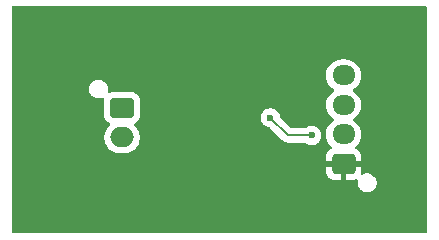
<source format=gbl>
G04 #@! TF.GenerationSoftware,KiCad,Pcbnew,9.0.4*
G04 #@! TF.CreationDate,2025-12-19T23:45:59-05:00*
G04 #@! TF.ProjectId,TC_shuwen,54435f73-6875-4776-956e-2e6b69636164,rev?*
G04 #@! TF.SameCoordinates,Original*
G04 #@! TF.FileFunction,Copper,L2,Bot*
G04 #@! TF.FilePolarity,Positive*
%FSLAX46Y46*%
G04 Gerber Fmt 4.6, Leading zero omitted, Abs format (unit mm)*
G04 Created by KiCad (PCBNEW 9.0.4) date 2025-12-19 23:45:59*
%MOMM*%
%LPD*%
G01*
G04 APERTURE LIST*
G04 Aperture macros list*
%AMRoundRect*
0 Rectangle with rounded corners*
0 $1 Rounding radius*
0 $2 $3 $4 $5 $6 $7 $8 $9 X,Y pos of 4 corners*
0 Add a 4 corners polygon primitive as box body*
4,1,4,$2,$3,$4,$5,$6,$7,$8,$9,$2,$3,0*
0 Add four circle primitives for the rounded corners*
1,1,$1+$1,$2,$3*
1,1,$1+$1,$4,$5*
1,1,$1+$1,$6,$7*
1,1,$1+$1,$8,$9*
0 Add four rect primitives between the rounded corners*
20,1,$1+$1,$2,$3,$4,$5,0*
20,1,$1+$1,$4,$5,$6,$7,0*
20,1,$1+$1,$6,$7,$8,$9,0*
20,1,$1+$1,$8,$9,$2,$3,0*%
G04 Aperture macros list end*
G04 #@! TA.AperFunction,ComponentPad*
%ADD10RoundRect,0.250000X0.725000X-0.600000X0.725000X0.600000X-0.725000X0.600000X-0.725000X-0.600000X0*%
G04 #@! TD*
G04 #@! TA.AperFunction,ComponentPad*
%ADD11O,1.950000X1.700000*%
G04 #@! TD*
G04 #@! TA.AperFunction,ComponentPad*
%ADD12RoundRect,0.250000X-0.750000X0.600000X-0.750000X-0.600000X0.750000X-0.600000X0.750000X0.600000X0*%
G04 #@! TD*
G04 #@! TA.AperFunction,ComponentPad*
%ADD13O,2.000000X1.700000*%
G04 #@! TD*
G04 #@! TA.AperFunction,ViaPad*
%ADD14C,0.450000*%
G04 #@! TD*
G04 #@! TA.AperFunction,ViaPad*
%ADD15C,0.600000*%
G04 #@! TD*
G04 #@! TA.AperFunction,Conductor*
%ADD16C,0.200000*%
G04 #@! TD*
G04 APERTURE END LIST*
D10*
X142500000Y-82750000D03*
D11*
X142500000Y-80250000D03*
X142500000Y-77750000D03*
X142500000Y-75250000D03*
D12*
X123750000Y-78000000D03*
D13*
X123750000Y-80500000D03*
D14*
X132000000Y-85500000D03*
X136500000Y-85500000D03*
X128000000Y-85500000D03*
X123800000Y-85550000D03*
X134500000Y-73500000D03*
X130000000Y-73500000D03*
X126000000Y-73500000D03*
X121800000Y-73550000D03*
D15*
X139813000Y-80335600D03*
X136313000Y-78835600D03*
X139813000Y-82335600D03*
D14*
X131313000Y-82335600D03*
D15*
X130313000Y-79835600D03*
X136813000Y-75835600D03*
X137813000Y-81335600D03*
D16*
X139813000Y-80335600D02*
X137813000Y-80335600D01*
X137813000Y-80335600D02*
X136313000Y-78835600D01*
G04 #@! TA.AperFunction,Conductor*
G36*
X149542539Y-69420185D02*
G01*
X149588294Y-69472989D01*
X149599500Y-69524500D01*
X149599500Y-88475500D01*
X149579815Y-88542539D01*
X149527011Y-88588294D01*
X149475500Y-88599500D01*
X114524500Y-88599500D01*
X114457461Y-88579815D01*
X114411706Y-88527011D01*
X114400500Y-88475500D01*
X114400500Y-76321153D01*
X120949500Y-76321153D01*
X120949500Y-76478846D01*
X120980261Y-76633489D01*
X120980264Y-76633501D01*
X121040602Y-76779172D01*
X121040609Y-76779185D01*
X121128210Y-76910288D01*
X121128213Y-76910292D01*
X121239707Y-77021786D01*
X121239711Y-77021789D01*
X121370814Y-77109390D01*
X121370827Y-77109397D01*
X121516498Y-77169735D01*
X121516503Y-77169737D01*
X121671153Y-77200499D01*
X121671156Y-77200500D01*
X121671158Y-77200500D01*
X121828844Y-77200500D01*
X121828845Y-77200499D01*
X121983497Y-77169737D01*
X122088560Y-77126218D01*
X122158027Y-77118750D01*
X122220507Y-77150025D01*
X122256159Y-77210114D01*
X122259369Y-77253382D01*
X122249500Y-77349981D01*
X122249500Y-78650001D01*
X122249501Y-78650018D01*
X122260000Y-78752796D01*
X122260001Y-78752799D01*
X122315185Y-78919331D01*
X122315187Y-78919336D01*
X122407289Y-79068657D01*
X122531344Y-79192712D01*
X122686120Y-79288178D01*
X122732845Y-79340126D01*
X122744068Y-79409088D01*
X122716224Y-79473171D01*
X122708706Y-79481398D01*
X122569889Y-79620215D01*
X122444951Y-79792179D01*
X122348444Y-79981585D01*
X122282753Y-80183760D01*
X122249500Y-80393713D01*
X122249500Y-80606286D01*
X122282734Y-80816121D01*
X122282754Y-80816243D01*
X122328755Y-80957820D01*
X122348444Y-81018414D01*
X122444951Y-81207820D01*
X122569890Y-81379786D01*
X122720213Y-81530109D01*
X122892179Y-81655048D01*
X122892181Y-81655049D01*
X122892184Y-81655051D01*
X123081588Y-81751557D01*
X123283757Y-81817246D01*
X123493713Y-81850500D01*
X123493714Y-81850500D01*
X124006286Y-81850500D01*
X124006287Y-81850500D01*
X124216243Y-81817246D01*
X124418412Y-81751557D01*
X124607816Y-81655051D01*
X124682900Y-81600500D01*
X124779786Y-81530109D01*
X124779788Y-81530106D01*
X124779792Y-81530104D01*
X124930104Y-81379792D01*
X124930106Y-81379788D01*
X124930109Y-81379786D01*
X125055048Y-81207820D01*
X125055047Y-81207820D01*
X125055051Y-81207816D01*
X125151557Y-81018412D01*
X125217246Y-80816243D01*
X125250500Y-80606287D01*
X125250500Y-80393713D01*
X125217246Y-80183757D01*
X125151557Y-79981588D01*
X125055051Y-79792184D01*
X125055049Y-79792181D01*
X125055048Y-79792179D01*
X124930109Y-79620213D01*
X124791294Y-79481398D01*
X124757809Y-79420075D01*
X124762793Y-79350383D01*
X124804665Y-79294450D01*
X124813879Y-79288178D01*
X124819331Y-79284814D01*
X124819334Y-79284814D01*
X124968656Y-79192712D01*
X125092712Y-79068656D01*
X125184814Y-78919334D01*
X125238688Y-78756753D01*
X135512500Y-78756753D01*
X135512500Y-78914446D01*
X135543261Y-79069089D01*
X135543264Y-79069101D01*
X135603602Y-79214772D01*
X135603609Y-79214785D01*
X135691210Y-79345888D01*
X135691213Y-79345892D01*
X135802707Y-79457386D01*
X135802711Y-79457389D01*
X135933814Y-79544990D01*
X135933827Y-79544997D01*
X136079498Y-79605335D01*
X136079503Y-79605337D01*
X136144147Y-79618195D01*
X136234849Y-79636238D01*
X136296760Y-79668623D01*
X136298339Y-79670174D01*
X137328139Y-80699974D01*
X137328149Y-80699985D01*
X137332479Y-80704315D01*
X137332480Y-80704316D01*
X137444284Y-80816120D01*
X137444286Y-80816121D01*
X137444290Y-80816124D01*
X137581209Y-80895173D01*
X137581216Y-80895177D01*
X137693019Y-80925134D01*
X137733942Y-80936100D01*
X137733943Y-80936100D01*
X139233234Y-80936100D01*
X139300273Y-80955785D01*
X139302125Y-80956998D01*
X139433814Y-81044990D01*
X139433827Y-81044997D01*
X139579498Y-81105335D01*
X139579503Y-81105337D01*
X139702406Y-81129784D01*
X139734153Y-81136099D01*
X139734156Y-81136100D01*
X139734158Y-81136100D01*
X139891844Y-81136100D01*
X139891845Y-81136099D01*
X140046497Y-81105337D01*
X140192179Y-81044994D01*
X140323289Y-80957389D01*
X140434789Y-80845889D01*
X140522394Y-80714779D01*
X140582737Y-80569097D01*
X140613500Y-80414442D01*
X140613500Y-80256758D01*
X140613500Y-80256755D01*
X140613499Y-80256753D01*
X140582738Y-80102110D01*
X140582737Y-80102103D01*
X140582735Y-80102098D01*
X140522397Y-79956427D01*
X140522390Y-79956414D01*
X140434789Y-79825311D01*
X140434786Y-79825307D01*
X140323292Y-79713813D01*
X140323288Y-79713810D01*
X140192185Y-79626209D01*
X140192172Y-79626202D01*
X140046501Y-79565864D01*
X140046489Y-79565861D01*
X139891845Y-79535100D01*
X139891842Y-79535100D01*
X139734158Y-79535100D01*
X139734155Y-79535100D01*
X139579510Y-79565861D01*
X139579498Y-79565864D01*
X139433827Y-79626202D01*
X139433814Y-79626209D01*
X139302125Y-79714202D01*
X139235447Y-79735080D01*
X139233234Y-79735100D01*
X138113097Y-79735100D01*
X138046058Y-79715415D01*
X138025416Y-79698781D01*
X137147574Y-78820939D01*
X137114089Y-78759616D01*
X137113638Y-78757449D01*
X137092268Y-78650018D01*
X137082737Y-78602103D01*
X137082735Y-78602098D01*
X137022397Y-78456427D01*
X137022390Y-78456414D01*
X136934789Y-78325311D01*
X136934786Y-78325307D01*
X136823292Y-78213813D01*
X136823288Y-78213810D01*
X136692185Y-78126209D01*
X136692172Y-78126202D01*
X136546501Y-78065864D01*
X136546489Y-78065861D01*
X136391845Y-78035100D01*
X136391842Y-78035100D01*
X136234158Y-78035100D01*
X136234155Y-78035100D01*
X136079510Y-78065861D01*
X136079498Y-78065864D01*
X135933827Y-78126202D01*
X135933814Y-78126209D01*
X135802711Y-78213810D01*
X135802707Y-78213813D01*
X135691213Y-78325307D01*
X135691210Y-78325311D01*
X135603609Y-78456414D01*
X135603602Y-78456427D01*
X135543264Y-78602098D01*
X135543261Y-78602110D01*
X135512500Y-78756753D01*
X125238688Y-78756753D01*
X125239999Y-78752797D01*
X125250500Y-78650009D01*
X125250499Y-77349992D01*
X125239999Y-77247203D01*
X125184814Y-77080666D01*
X125092712Y-76931344D01*
X124968656Y-76807288D01*
X124826967Y-76719894D01*
X124819336Y-76715187D01*
X124819331Y-76715185D01*
X124806840Y-76711046D01*
X124652797Y-76660001D01*
X124652795Y-76660000D01*
X124550010Y-76649500D01*
X122949998Y-76649500D01*
X122949981Y-76649501D01*
X122847203Y-76660000D01*
X122847200Y-76660001D01*
X122693158Y-76711046D01*
X122623329Y-76713448D01*
X122563288Y-76677716D01*
X122532095Y-76615195D01*
X122532537Y-76569148D01*
X122550500Y-76478844D01*
X122550500Y-76321155D01*
X122550499Y-76321153D01*
X122542334Y-76280104D01*
X122519737Y-76166503D01*
X122504531Y-76129792D01*
X122459397Y-76020827D01*
X122459390Y-76020814D01*
X122371789Y-75889711D01*
X122371786Y-75889707D01*
X122260292Y-75778213D01*
X122260288Y-75778210D01*
X122129185Y-75690609D01*
X122129172Y-75690602D01*
X121983501Y-75630264D01*
X121983489Y-75630261D01*
X121828845Y-75599500D01*
X121828842Y-75599500D01*
X121671158Y-75599500D01*
X121671155Y-75599500D01*
X121516510Y-75630261D01*
X121516498Y-75630264D01*
X121370827Y-75690602D01*
X121370814Y-75690609D01*
X121239711Y-75778210D01*
X121239707Y-75778213D01*
X121128213Y-75889707D01*
X121128210Y-75889711D01*
X121040609Y-76020814D01*
X121040602Y-76020827D01*
X120980264Y-76166498D01*
X120980261Y-76166510D01*
X120949500Y-76321153D01*
X114400500Y-76321153D01*
X114400500Y-75143713D01*
X141024500Y-75143713D01*
X141024500Y-75356287D01*
X141057754Y-75566243D01*
X141098162Y-75690606D01*
X141123444Y-75768414D01*
X141219951Y-75957820D01*
X141344890Y-76129786D01*
X141495209Y-76280105D01*
X141495214Y-76280109D01*
X141659793Y-76399682D01*
X141702459Y-76455011D01*
X141708438Y-76524625D01*
X141675833Y-76586420D01*
X141659793Y-76600318D01*
X141495214Y-76719890D01*
X141495209Y-76719894D01*
X141344890Y-76870213D01*
X141219951Y-77042179D01*
X141123444Y-77231585D01*
X141057753Y-77433760D01*
X141024500Y-77643713D01*
X141024500Y-77856286D01*
X141057693Y-78065863D01*
X141057754Y-78066243D01*
X141077238Y-78126209D01*
X141123444Y-78268414D01*
X141219951Y-78457820D01*
X141344890Y-78629786D01*
X141495209Y-78780105D01*
X141495214Y-78780109D01*
X141659793Y-78899682D01*
X141702459Y-78955011D01*
X141708438Y-79024625D01*
X141675833Y-79086420D01*
X141659793Y-79100318D01*
X141495214Y-79219890D01*
X141495209Y-79219894D01*
X141344890Y-79370213D01*
X141219951Y-79542179D01*
X141123444Y-79731585D01*
X141057753Y-79933760D01*
X141050178Y-79981588D01*
X141024500Y-80143713D01*
X141024500Y-80356287D01*
X141057754Y-80566243D01*
X141106018Y-80714785D01*
X141123444Y-80768414D01*
X141219951Y-80957820D01*
X141344890Y-81129786D01*
X141484068Y-81268964D01*
X141517553Y-81330287D01*
X141512569Y-81399979D01*
X141470697Y-81455912D01*
X141461484Y-81462183D01*
X141306659Y-81557680D01*
X141306655Y-81557683D01*
X141182684Y-81681654D01*
X141090643Y-81830875D01*
X141090641Y-81830880D01*
X141035494Y-81997302D01*
X141035493Y-81997309D01*
X141025000Y-82100013D01*
X141025000Y-82500000D01*
X142095854Y-82500000D01*
X142057370Y-82566657D01*
X142025000Y-82687465D01*
X142025000Y-82812535D01*
X142057370Y-82933343D01*
X142095854Y-83000000D01*
X141025001Y-83000000D01*
X141025001Y-83399986D01*
X141035494Y-83502697D01*
X141090641Y-83669119D01*
X141090643Y-83669124D01*
X141182684Y-83818345D01*
X141306654Y-83942315D01*
X141455875Y-84034356D01*
X141455880Y-84034358D01*
X141622302Y-84089505D01*
X141622309Y-84089506D01*
X141725019Y-84099999D01*
X142249999Y-84099999D01*
X142250000Y-84099998D01*
X142250000Y-83154145D01*
X142316657Y-83192630D01*
X142437465Y-83225000D01*
X142562535Y-83225000D01*
X142683343Y-83192630D01*
X142750000Y-83154145D01*
X142750000Y-84099999D01*
X143274972Y-84099999D01*
X143274986Y-84099998D01*
X143377697Y-84089505D01*
X143544120Y-84034358D01*
X143545540Y-84033696D01*
X143546608Y-84033533D01*
X143550977Y-84032086D01*
X143551224Y-84032832D01*
X143614617Y-84023200D01*
X143678403Y-84051716D01*
X143716645Y-84110191D01*
X143719568Y-84170266D01*
X143699500Y-84271153D01*
X143699500Y-84428846D01*
X143730261Y-84583489D01*
X143730264Y-84583501D01*
X143790602Y-84729172D01*
X143790609Y-84729185D01*
X143878210Y-84860288D01*
X143878213Y-84860292D01*
X143989707Y-84971786D01*
X143989711Y-84971789D01*
X144120814Y-85059390D01*
X144120827Y-85059397D01*
X144266498Y-85119735D01*
X144266503Y-85119737D01*
X144421153Y-85150499D01*
X144421156Y-85150500D01*
X144421158Y-85150500D01*
X144578844Y-85150500D01*
X144578845Y-85150499D01*
X144733497Y-85119737D01*
X144879179Y-85059394D01*
X145010289Y-84971789D01*
X145121789Y-84860289D01*
X145209394Y-84729179D01*
X145269737Y-84583497D01*
X145300500Y-84428842D01*
X145300500Y-84271158D01*
X145300500Y-84271155D01*
X145300499Y-84271153D01*
X145269738Y-84116510D01*
X145269737Y-84116503D01*
X145262901Y-84099999D01*
X145209397Y-83970827D01*
X145209390Y-83970814D01*
X145121789Y-83839711D01*
X145121786Y-83839707D01*
X145010292Y-83728213D01*
X145010288Y-83728210D01*
X144879185Y-83640609D01*
X144879172Y-83640602D01*
X144733501Y-83580264D01*
X144733489Y-83580261D01*
X144578845Y-83549500D01*
X144578842Y-83549500D01*
X144421158Y-83549500D01*
X144421155Y-83549500D01*
X144266510Y-83580261D01*
X144266503Y-83580263D01*
X144134809Y-83634811D01*
X144065340Y-83642279D01*
X144002861Y-83611003D01*
X143967209Y-83550914D01*
X143964000Y-83507646D01*
X143974999Y-83399986D01*
X143975000Y-83399973D01*
X143975000Y-83000000D01*
X142904146Y-83000000D01*
X142942630Y-82933343D01*
X142975000Y-82812535D01*
X142975000Y-82687465D01*
X142942630Y-82566657D01*
X142904146Y-82500000D01*
X143974999Y-82500000D01*
X143974999Y-82100028D01*
X143974998Y-82100013D01*
X143964505Y-81997302D01*
X143909358Y-81830880D01*
X143909356Y-81830875D01*
X143817315Y-81681654D01*
X143693345Y-81557684D01*
X143538515Y-81462184D01*
X143491791Y-81410236D01*
X143480568Y-81341273D01*
X143508412Y-81277191D01*
X143515909Y-81268986D01*
X143655104Y-81129792D01*
X143672872Y-81105337D01*
X143780048Y-80957820D01*
X143780047Y-80957820D01*
X143780051Y-80957816D01*
X143876557Y-80768412D01*
X143942246Y-80566243D01*
X143975500Y-80356287D01*
X143975500Y-80143713D01*
X143942246Y-79933757D01*
X143876557Y-79731588D01*
X143780051Y-79542184D01*
X143780049Y-79542181D01*
X143780048Y-79542179D01*
X143655109Y-79370213D01*
X143504792Y-79219896D01*
X143467376Y-79192712D01*
X143340204Y-79100316D01*
X143297540Y-79044989D01*
X143291561Y-78975376D01*
X143324166Y-78913580D01*
X143340199Y-78899686D01*
X143504792Y-78780104D01*
X143655104Y-78629792D01*
X143655106Y-78629788D01*
X143655109Y-78629786D01*
X143780048Y-78457820D01*
X143780047Y-78457820D01*
X143780051Y-78457816D01*
X143876557Y-78268412D01*
X143942246Y-78066243D01*
X143975500Y-77856287D01*
X143975500Y-77643713D01*
X143942246Y-77433757D01*
X143876557Y-77231588D01*
X143780051Y-77042184D01*
X143780049Y-77042181D01*
X143780048Y-77042179D01*
X143655109Y-76870213D01*
X143504792Y-76719896D01*
X143492611Y-76711046D01*
X143340204Y-76600316D01*
X143297540Y-76544989D01*
X143291561Y-76475376D01*
X143324166Y-76413580D01*
X143340199Y-76399686D01*
X143504792Y-76280104D01*
X143655104Y-76129792D01*
X143655106Y-76129788D01*
X143655109Y-76129786D01*
X143780048Y-75957820D01*
X143780047Y-75957820D01*
X143780051Y-75957816D01*
X143876557Y-75768412D01*
X143942246Y-75566243D01*
X143975500Y-75356287D01*
X143975500Y-75143713D01*
X143942246Y-74933757D01*
X143876557Y-74731588D01*
X143780051Y-74542184D01*
X143780049Y-74542181D01*
X143780048Y-74542179D01*
X143655109Y-74370213D01*
X143504786Y-74219890D01*
X143332820Y-74094951D01*
X143143414Y-73998444D01*
X143143413Y-73998443D01*
X143143412Y-73998443D01*
X142941243Y-73932754D01*
X142941241Y-73932753D01*
X142941240Y-73932753D01*
X142779957Y-73907208D01*
X142731287Y-73899500D01*
X142268713Y-73899500D01*
X142220042Y-73907208D01*
X142058760Y-73932753D01*
X141856585Y-73998444D01*
X141667179Y-74094951D01*
X141495213Y-74219890D01*
X141344890Y-74370213D01*
X141219951Y-74542179D01*
X141123444Y-74731585D01*
X141057753Y-74933760D01*
X141024500Y-75143713D01*
X114400500Y-75143713D01*
X114400500Y-69524500D01*
X114420185Y-69457461D01*
X114472989Y-69411706D01*
X114524500Y-69400500D01*
X149475500Y-69400500D01*
X149542539Y-69420185D01*
G37*
G04 #@! TD.AperFunction*
M02*

</source>
